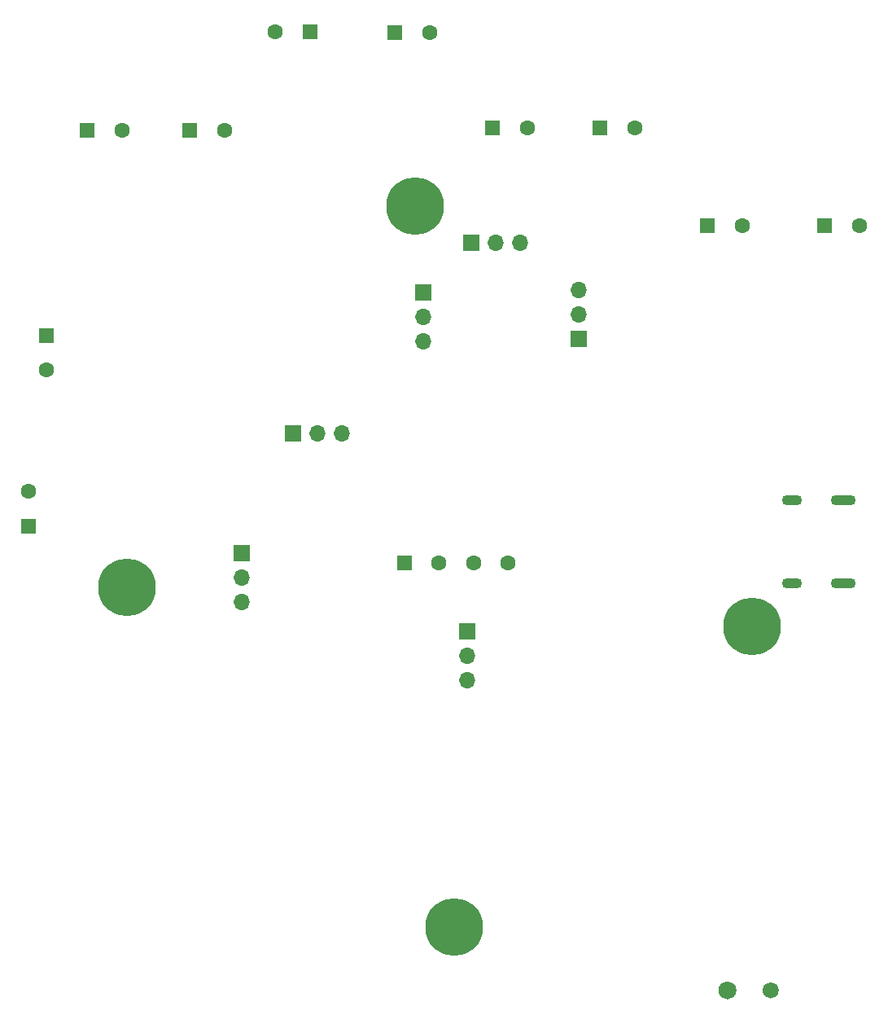
<source format=gbs>
%TF.GenerationSoftware,KiCad,Pcbnew,8.0.6*%
%TF.CreationDate,2024-11-27T03:53:44-08:00*%
%TF.ProjectId,eecsc206a,65656373-6332-4303-9661-2e6b69636164,rev?*%
%TF.SameCoordinates,Original*%
%TF.FileFunction,Soldermask,Bot*%
%TF.FilePolarity,Negative*%
%FSLAX46Y46*%
G04 Gerber Fmt 4.6, Leading zero omitted, Abs format (unit mm)*
G04 Created by KiCad (PCBNEW 8.0.6) date 2024-11-27 03:53:44*
%MOMM*%
%LPD*%
G01*
G04 APERTURE LIST*
G04 Aperture macros list*
%AMRoundRect*
0 Rectangle with rounded corners*
0 $1 Rounding radius*
0 $2 $3 $4 $5 $6 $7 $8 $9 X,Y pos of 4 corners*
0 Add a 4 corners polygon primitive as box body*
4,1,4,$2,$3,$4,$5,$6,$7,$8,$9,$2,$3,0*
0 Add four circle primitives for the rounded corners*
1,1,$1+$1,$2,$3*
1,1,$1+$1,$4,$5*
1,1,$1+$1,$6,$7*
1,1,$1+$1,$8,$9*
0 Add four rect primitives between the rounded corners*
20,1,$1+$1,$2,$3,$4,$5,0*
20,1,$1+$1,$4,$5,$6,$7,0*
20,1,$1+$1,$6,$7,$8,$9,0*
20,1,$1+$1,$8,$9,$2,$3,0*%
G04 Aperture macros list end*
%ADD10C,0.120000*%
%ADD11C,0.800000*%
%ADD12C,6.000000*%
%ADD13C,1.600000*%
%ADD14RoundRect,0.250000X0.550000X-0.550000X0.550000X0.550000X-0.550000X0.550000X-0.550000X-0.550000X0*%
%ADD15RoundRect,0.250000X0.550000X0.550000X-0.550000X0.550000X-0.550000X-0.550000X0.550000X-0.550000X0*%
%ADD16RoundRect,0.250000X-0.550000X-0.550000X0.550000X-0.550000X0.550000X0.550000X-0.550000X0.550000X0*%
%ADD17RoundRect,0.250000X-0.550000X0.550000X-0.550000X-0.550000X0.550000X-0.550000X0.550000X0.550000X0*%
%ADD18R,1.700000X1.700000*%
%ADD19O,1.700000X1.700000*%
%ADD20C,1.800000*%
%ADD21O,2.600000X1.100000*%
%ADD22O,2.100000X1.100000*%
G04 APERTURE END LIST*
D10*
%TO.C,J2*%
X187164000Y-145288000D02*
G75*
G02*
X185564000Y-145288000I-800000J0D01*
G01*
X185564000Y-145288000D02*
G75*
G02*
X187164000Y-145288000I800000J0D01*
G01*
X182764000Y-145288000D02*
G75*
G02*
X180964000Y-145288000I-900000J0D01*
G01*
X180964000Y-145288000D02*
G75*
G02*
X182764000Y-145288000I900000J0D01*
G01*
%TD*%
D11*
%TO.C,H4*%
X117130000Y-103378000D03*
X117789010Y-101787010D03*
X117789010Y-104968990D03*
X119380000Y-101128000D03*
D12*
X119380000Y-103378000D03*
D11*
X119380000Y-105628000D03*
X120970990Y-101787010D03*
X120970990Y-104968990D03*
X121630000Y-103378000D03*
%TD*%
%TO.C,H3*%
X147102000Y-63754000D03*
X147761010Y-62163010D03*
X147761010Y-65344990D03*
X149352000Y-61504000D03*
D12*
X149352000Y-63754000D03*
D11*
X149352000Y-66004000D03*
X150942990Y-62163010D03*
X150942990Y-65344990D03*
X151602000Y-63754000D03*
%TD*%
%TO.C,H2*%
X151166000Y-138684000D03*
X151825010Y-137093010D03*
X151825010Y-140274990D03*
X153416000Y-136434000D03*
D12*
X153416000Y-138684000D03*
D11*
X153416000Y-140934000D03*
X155006990Y-137093010D03*
X155006990Y-140274990D03*
X155666000Y-138684000D03*
%TD*%
%TO.C,H1*%
X182154000Y-107442000D03*
X182813010Y-105851010D03*
X182813010Y-109032990D03*
X184404000Y-105192000D03*
D12*
X184404000Y-107442000D03*
D11*
X184404000Y-109692000D03*
X185994990Y-105851010D03*
X185994990Y-109032990D03*
X186654000Y-107442000D03*
%TD*%
D13*
%TO.C,J17*%
X109198000Y-93428000D03*
D14*
X109198000Y-97028000D03*
%TD*%
D13*
%TO.C,J16*%
X134830000Y-45698000D03*
D15*
X138430000Y-45698000D03*
%TD*%
D13*
%TO.C,J15*%
X118872000Y-55880000D03*
D16*
X115272000Y-55880000D03*
%TD*%
%TO.C,J14*%
X179788000Y-65786000D03*
D13*
X183388000Y-65786000D03*
%TD*%
D16*
%TO.C,J13*%
X157436000Y-55626000D03*
D13*
X161036000Y-55626000D03*
%TD*%
D17*
%TO.C,J12*%
X110998000Y-77216000D03*
D13*
X110998000Y-80816000D03*
%TD*%
%TO.C,J11*%
X129540000Y-55880000D03*
D16*
X125940000Y-55880000D03*
%TD*%
%TO.C,J10*%
X147276000Y-45720000D03*
D13*
X150876000Y-45720000D03*
%TD*%
D16*
%TO.C,J9*%
X168634000Y-55626000D03*
D13*
X172234000Y-55626000D03*
%TD*%
D16*
%TO.C,J8*%
X191980000Y-65786000D03*
D13*
X195580000Y-65786000D03*
%TD*%
D16*
%TO.C,J18*%
X148248000Y-100838000D03*
D13*
X151848000Y-100838000D03*
X155448000Y-100838000D03*
X159048000Y-100838000D03*
%TD*%
D18*
%TO.C,J5*%
X166370000Y-77582000D03*
D19*
X166370000Y-75042000D03*
X166370000Y-72502000D03*
%TD*%
D18*
%TO.C,J7*%
X154813000Y-107950000D03*
D19*
X154813000Y-110490000D03*
X154813000Y-113030000D03*
%TD*%
D13*
%TO.C,J2*%
X186364000Y-145288000D03*
D20*
X181864000Y-145288000D03*
%TD*%
D18*
%TO.C,J6*%
X131318000Y-99822000D03*
D19*
X131318000Y-102362000D03*
X131318000Y-104902000D03*
%TD*%
D18*
%TO.C,J1*%
X136667000Y-87376000D03*
D19*
X139207000Y-87376000D03*
X141747000Y-87376000D03*
%TD*%
D18*
%TO.C,J4*%
X150241000Y-72771000D03*
D19*
X150241000Y-75311000D03*
X150241000Y-77851000D03*
%TD*%
D18*
%TO.C,J3*%
X155194000Y-67564000D03*
D19*
X157734000Y-67564000D03*
X160274000Y-67564000D03*
%TD*%
D21*
%TO.C,P1*%
X193929000Y-94361000D03*
D22*
X188569000Y-94361000D03*
D21*
X193929000Y-103001000D03*
D22*
X188569000Y-103001000D03*
%TD*%
M02*

</source>
